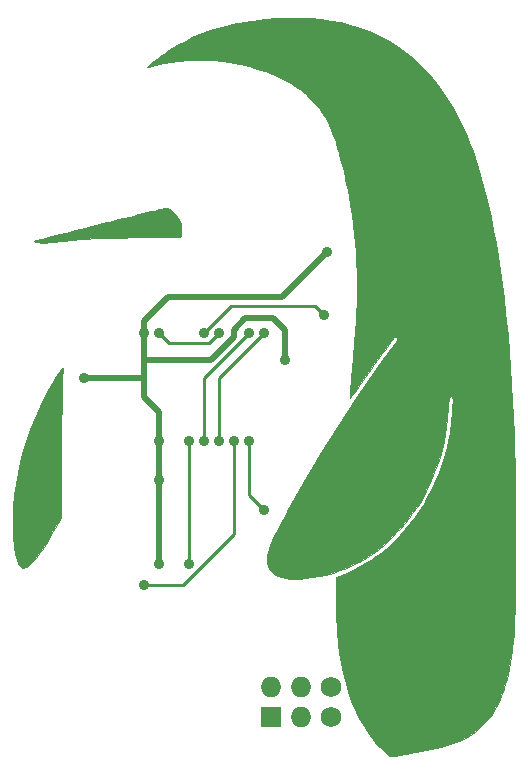
<source format=gbr>
G04 #@! TF.GenerationSoftware,KiCad,Pcbnew,(5.1.0)-1*
G04 #@! TF.CreationDate,2019-10-03T21:29:19-05:00*
G04 #@! TF.ProjectId,supercon-2019-blink,73757065-7263-46f6-9e2d-323031392d62,v01*
G04 #@! TF.SameCoordinates,Original*
G04 #@! TF.FileFunction,Copper,L1,Top*
G04 #@! TF.FilePolarity,Positive*
%FSLAX46Y46*%
G04 Gerber Fmt 4.6, Leading zero omitted, Abs format (unit mm)*
G04 Created by KiCad (PCBNEW (5.1.0)-1) date 2019-10-03 21:29:19*
%MOMM*%
%LPD*%
G04 APERTURE LIST*
%ADD10C,0.010000*%
%ADD11R,1.727200X1.727200*%
%ADD12O,1.727200X1.727200*%
%ADD13C,1.727200*%
%ADD14C,0.914400*%
%ADD15C,0.508000*%
%ADD16C,0.254000*%
G04 APERTURE END LIST*
D10*
G36*
X131536658Y-93371100D02*
G01*
X131541024Y-93439240D01*
X131542349Y-93549363D01*
X131540623Y-93703514D01*
X131535839Y-93903735D01*
X131527986Y-94152070D01*
X131525353Y-94227232D01*
X131510295Y-94683085D01*
X131495897Y-95185529D01*
X131482216Y-95730360D01*
X131469308Y-96313371D01*
X131457230Y-96930359D01*
X131446038Y-97577119D01*
X131435788Y-98249444D01*
X131426537Y-98943131D01*
X131418342Y-99653973D01*
X131411258Y-100377767D01*
X131405343Y-101110307D01*
X131400653Y-101847388D01*
X131397244Y-102584804D01*
X131395173Y-103318352D01*
X131394499Y-103970575D01*
X131394200Y-105972850D01*
X131124553Y-106472475D01*
X130890179Y-106903649D01*
X130674880Y-107292971D01*
X130476164Y-107644583D01*
X130291537Y-107962628D01*
X130118507Y-108251248D01*
X129954583Y-108514585D01*
X129797270Y-108756783D01*
X129644077Y-108981982D01*
X129492511Y-109194326D01*
X129460664Y-109237662D01*
X129253712Y-109504193D01*
X129053652Y-109734824D01*
X128862396Y-109928130D01*
X128681857Y-110082689D01*
X128513947Y-110197078D01*
X128360579Y-110269874D01*
X128223665Y-110299654D01*
X128105118Y-110284996D01*
X128071892Y-110270950D01*
X127954910Y-110185151D01*
X127845237Y-110051427D01*
X127744013Y-109872274D01*
X127652379Y-109650193D01*
X127571475Y-109387680D01*
X127502441Y-109087235D01*
X127482345Y-108979542D01*
X127431453Y-108643055D01*
X127389418Y-108263874D01*
X127356478Y-107849367D01*
X127332871Y-107406903D01*
X127318835Y-106943851D01*
X127314610Y-106467581D01*
X127320431Y-105985461D01*
X127336539Y-105504861D01*
X127357537Y-105117900D01*
X127440938Y-104164384D01*
X127568896Y-103211875D01*
X127741871Y-102258941D01*
X127960318Y-101304150D01*
X128224696Y-100346073D01*
X128535462Y-99383278D01*
X128893075Y-98414334D01*
X129297991Y-97437811D01*
X129750668Y-96452278D01*
X130251564Y-95456303D01*
X130728773Y-94576900D01*
X130904373Y-94266986D01*
X131058793Y-94001262D01*
X131191886Y-93779951D01*
X131303508Y-93603277D01*
X131393514Y-93471463D01*
X131461759Y-93384732D01*
X131508098Y-93343307D01*
X131529260Y-93342900D01*
X131536658Y-93371100D01*
X131536658Y-93371100D01*
G37*
X131536658Y-93371100D02*
X131541024Y-93439240D01*
X131542349Y-93549363D01*
X131540623Y-93703514D01*
X131535839Y-93903735D01*
X131527986Y-94152070D01*
X131525353Y-94227232D01*
X131510295Y-94683085D01*
X131495897Y-95185529D01*
X131482216Y-95730360D01*
X131469308Y-96313371D01*
X131457230Y-96930359D01*
X131446038Y-97577119D01*
X131435788Y-98249444D01*
X131426537Y-98943131D01*
X131418342Y-99653973D01*
X131411258Y-100377767D01*
X131405343Y-101110307D01*
X131400653Y-101847388D01*
X131397244Y-102584804D01*
X131395173Y-103318352D01*
X131394499Y-103970575D01*
X131394200Y-105972850D01*
X131124553Y-106472475D01*
X130890179Y-106903649D01*
X130674880Y-107292971D01*
X130476164Y-107644583D01*
X130291537Y-107962628D01*
X130118507Y-108251248D01*
X129954583Y-108514585D01*
X129797270Y-108756783D01*
X129644077Y-108981982D01*
X129492511Y-109194326D01*
X129460664Y-109237662D01*
X129253712Y-109504193D01*
X129053652Y-109734824D01*
X128862396Y-109928130D01*
X128681857Y-110082689D01*
X128513947Y-110197078D01*
X128360579Y-110269874D01*
X128223665Y-110299654D01*
X128105118Y-110284996D01*
X128071892Y-110270950D01*
X127954910Y-110185151D01*
X127845237Y-110051427D01*
X127744013Y-109872274D01*
X127652379Y-109650193D01*
X127571475Y-109387680D01*
X127502441Y-109087235D01*
X127482345Y-108979542D01*
X127431453Y-108643055D01*
X127389418Y-108263874D01*
X127356478Y-107849367D01*
X127332871Y-107406903D01*
X127318835Y-106943851D01*
X127314610Y-106467581D01*
X127320431Y-105985461D01*
X127336539Y-105504861D01*
X127357537Y-105117900D01*
X127440938Y-104164384D01*
X127568896Y-103211875D01*
X127741871Y-102258941D01*
X127960318Y-101304150D01*
X128224696Y-100346073D01*
X128535462Y-99383278D01*
X128893075Y-98414334D01*
X129297991Y-97437811D01*
X129750668Y-96452278D01*
X130251564Y-95456303D01*
X130728773Y-94576900D01*
X130904373Y-94266986D01*
X131058793Y-94001262D01*
X131191886Y-93779951D01*
X131303508Y-93603277D01*
X131393514Y-93471463D01*
X131461759Y-93384732D01*
X131508098Y-93343307D01*
X131529260Y-93342900D01*
X131536658Y-93371100D01*
G36*
X151635976Y-63745864D02*
G01*
X152105667Y-63758577D01*
X152563624Y-63778819D01*
X152615900Y-63781676D01*
X153448588Y-63851540D01*
X154275617Y-63967279D01*
X155093412Y-64127732D01*
X155898402Y-64331737D01*
X156687013Y-64578132D01*
X157455673Y-64865754D01*
X158200807Y-65193442D01*
X158918844Y-65560034D01*
X159606210Y-65964367D01*
X159886278Y-66146083D01*
X160562108Y-66627972D01*
X161210173Y-67152363D01*
X161830411Y-67719181D01*
X162422762Y-68328347D01*
X162987166Y-68979786D01*
X163523563Y-69673421D01*
X164031892Y-70409175D01*
X164512093Y-71186970D01*
X164964107Y-72006731D01*
X165387871Y-72868380D01*
X165680372Y-73526196D01*
X165976656Y-74256556D01*
X166264307Y-75035178D01*
X166542938Y-75860198D01*
X166812160Y-76729752D01*
X167071587Y-77641976D01*
X167320833Y-78595005D01*
X167559509Y-79586976D01*
X167787229Y-80616024D01*
X168003605Y-81680285D01*
X168208252Y-82777895D01*
X168400780Y-83906991D01*
X168580804Y-85065707D01*
X168747936Y-86252180D01*
X168901790Y-87464545D01*
X169041977Y-88700939D01*
X169168111Y-89959497D01*
X169226250Y-90601800D01*
X169336710Y-91938575D01*
X169438256Y-93313079D01*
X169530186Y-94712905D01*
X169611798Y-96125651D01*
X169682390Y-97538911D01*
X169741262Y-98940281D01*
X169787711Y-100317357D01*
X169799452Y-100736400D01*
X169809731Y-101157611D01*
X169819130Y-101613676D01*
X169827653Y-102101421D01*
X169835306Y-102617671D01*
X169842096Y-103159252D01*
X169848027Y-103722991D01*
X169853106Y-104305712D01*
X169857339Y-104904244D01*
X169860730Y-105515410D01*
X169863286Y-106136038D01*
X169865012Y-106762953D01*
X169865915Y-107392982D01*
X169865999Y-108022949D01*
X169865271Y-108649682D01*
X169863737Y-109270006D01*
X169861401Y-109880747D01*
X169858270Y-110478732D01*
X169854350Y-111060785D01*
X169849646Y-111623734D01*
X169844164Y-112164403D01*
X169837910Y-112679620D01*
X169830889Y-113166210D01*
X169823108Y-113620999D01*
X169814571Y-114040813D01*
X169805285Y-114422478D01*
X169795255Y-114762820D01*
X169784487Y-115058666D01*
X169773175Y-115303300D01*
X169752534Y-115656127D01*
X169728735Y-115985609D01*
X169700502Y-116303495D01*
X169666559Y-116621535D01*
X169625631Y-116951478D01*
X169576442Y-117305076D01*
X169517716Y-117694078D01*
X169504299Y-117779800D01*
X169415387Y-118321494D01*
X169325944Y-118817245D01*
X169234616Y-119271903D01*
X169140046Y-119690316D01*
X169040880Y-120077335D01*
X168935760Y-120437811D01*
X168823332Y-120776591D01*
X168702240Y-121098527D01*
X168571129Y-121408468D01*
X168428642Y-121711264D01*
X168376099Y-121815931D01*
X168181193Y-122179267D01*
X167984428Y-122504877D01*
X167776681Y-122805316D01*
X167548830Y-123093136D01*
X167291752Y-123380890D01*
X167082112Y-123596400D01*
X166789052Y-123876457D01*
X166505478Y-124119971D01*
X166218692Y-124336099D01*
X165915995Y-124533998D01*
X165584690Y-124722824D01*
X165356074Y-124840992D01*
X165114119Y-124957648D01*
X164876282Y-125062685D01*
X164635997Y-125158098D01*
X164386701Y-125245879D01*
X164121828Y-125328024D01*
X163834813Y-125406525D01*
X163519091Y-125483378D01*
X163168098Y-125560574D01*
X162775269Y-125640109D01*
X162636200Y-125667043D01*
X162414321Y-125709617D01*
X162178734Y-125754847D01*
X161942503Y-125800222D01*
X161718690Y-125843233D01*
X161520359Y-125881370D01*
X161378900Y-125908594D01*
X161250132Y-125932965D01*
X161085035Y-125963558D01*
X160892051Y-125998865D01*
X160679618Y-126037380D01*
X160456178Y-126077594D01*
X160230171Y-126118000D01*
X160010037Y-126157088D01*
X159804216Y-126193352D01*
X159621150Y-126225285D01*
X159469277Y-126251376D01*
X159357039Y-126270121D01*
X159338229Y-126273152D01*
X159292877Y-126266575D01*
X159227444Y-126232494D01*
X159135643Y-126167291D01*
X159084229Y-126126971D01*
X158998540Y-126055046D01*
X158888035Y-125957356D01*
X158763860Y-125844019D01*
X158637160Y-125725149D01*
X158562938Y-125653800D01*
X158119946Y-125189486D01*
X157701401Y-124681768D01*
X157307838Y-124132059D01*
X156939794Y-123541777D01*
X156597804Y-122912337D01*
X156282403Y-122245153D01*
X155994128Y-121541643D01*
X155733514Y-120803220D01*
X155501097Y-120031302D01*
X155297412Y-119227303D01*
X155122996Y-118392640D01*
X154978385Y-117528727D01*
X154864112Y-116636981D01*
X154780716Y-115718816D01*
X154775530Y-115646200D01*
X154758376Y-115367639D01*
X154742690Y-115046336D01*
X154728665Y-114690330D01*
X154716492Y-114307662D01*
X154706363Y-113906372D01*
X154698471Y-113494501D01*
X154693007Y-113080090D01*
X154690163Y-112671179D01*
X154690132Y-112275808D01*
X154691054Y-112108899D01*
X154698700Y-111073499D01*
X155194000Y-110873893D01*
X155596579Y-110708280D01*
X155958683Y-110551628D01*
X156288863Y-110399589D01*
X156595670Y-110247812D01*
X156887653Y-110091947D01*
X157173363Y-109927644D01*
X157461350Y-109750554D01*
X157681166Y-109608577D01*
X158105546Y-109316618D01*
X158515165Y-109007579D01*
X158919827Y-108673488D01*
X159329336Y-108306373D01*
X159605019Y-108044067D01*
X160111532Y-107534545D01*
X160574760Y-107031057D01*
X161000345Y-106525967D01*
X161393930Y-106011641D01*
X161761157Y-105480444D01*
X162107667Y-104924740D01*
X162439103Y-104336897D01*
X162663730Y-103905031D01*
X162938989Y-103341742D01*
X163184317Y-102801250D01*
X163402659Y-102274536D01*
X163596960Y-101752579D01*
X163770167Y-101226362D01*
X163925224Y-100686865D01*
X164065077Y-100125069D01*
X164192672Y-99531955D01*
X164310953Y-98898504D01*
X164324716Y-98819035D01*
X164361435Y-98586380D01*
X164397352Y-98323309D01*
X164431687Y-98038615D01*
X164463657Y-97741092D01*
X164492482Y-97439530D01*
X164517381Y-97142725D01*
X164537573Y-96859467D01*
X164552278Y-96598551D01*
X164560713Y-96368769D01*
X164562099Y-96178914D01*
X164561595Y-96151999D01*
X164558164Y-96017348D01*
X164554031Y-95924548D01*
X164547342Y-95864664D01*
X164536240Y-95828760D01*
X164518871Y-95807900D01*
X164493380Y-95793149D01*
X164486394Y-95789786D01*
X164400727Y-95772691D01*
X164322473Y-95798148D01*
X164267114Y-95860347D01*
X164261007Y-95874383D01*
X164253132Y-95913976D01*
X164241554Y-95998240D01*
X164226919Y-96121234D01*
X164209873Y-96277016D01*
X164191063Y-96459644D01*
X164171134Y-96663176D01*
X164150732Y-96881670D01*
X164147018Y-96922588D01*
X164114467Y-97277821D01*
X164084772Y-97589286D01*
X164057020Y-97863878D01*
X164030297Y-98108488D01*
X164003690Y-98330010D01*
X163976285Y-98535336D01*
X163947167Y-98731359D01*
X163915424Y-98924972D01*
X163880142Y-99123068D01*
X163840407Y-99332541D01*
X163801404Y-99529900D01*
X163647187Y-100225100D01*
X163466548Y-100898821D01*
X163256297Y-101560156D01*
X163013242Y-102218197D01*
X162734193Y-102882035D01*
X162415959Y-103560763D01*
X162317236Y-103759000D01*
X162042510Y-104283195D01*
X161763529Y-104772106D01*
X161473964Y-105234721D01*
X161167484Y-105680031D01*
X160837760Y-106117026D01*
X160478463Y-106554698D01*
X160083263Y-107002036D01*
X159877421Y-107224467D01*
X159351341Y-107761770D01*
X158824650Y-108251644D01*
X158292851Y-108697308D01*
X157751448Y-109101985D01*
X157195943Y-109468896D01*
X156621840Y-109801262D01*
X156024642Y-110102304D01*
X155587700Y-110297288D01*
X155030458Y-110515815D01*
X154452358Y-110708864D01*
X153861772Y-110874640D01*
X153267072Y-111011344D01*
X152676628Y-111117180D01*
X152098814Y-111190351D01*
X151542001Y-111229061D01*
X151218900Y-111234991D01*
X150817306Y-111219780D01*
X150448377Y-111176883D01*
X150113740Y-111107107D01*
X149815021Y-111011257D01*
X149553846Y-110890137D01*
X149331840Y-110744553D01*
X149150631Y-110575310D01*
X149011845Y-110383213D01*
X148917107Y-110169066D01*
X148893352Y-110083600D01*
X148875120Y-109967653D01*
X148864352Y-109815500D01*
X148860907Y-109641159D01*
X148864638Y-109458652D01*
X148875403Y-109281997D01*
X148893057Y-109125215D01*
X148903868Y-109061478D01*
X148935624Y-108919295D01*
X148978000Y-108766588D01*
X149032262Y-108600647D01*
X149099681Y-108418759D01*
X149181522Y-108218213D01*
X149279055Y-107996298D01*
X149393549Y-107750302D01*
X149526269Y-107477514D01*
X149678487Y-107175221D01*
X149851468Y-106840714D01*
X150046481Y-106471280D01*
X150264795Y-106064208D01*
X150507678Y-105616787D01*
X150558178Y-105524300D01*
X151226259Y-104319921D01*
X151919463Y-103105134D01*
X152634168Y-101885644D01*
X153366752Y-100667153D01*
X154113593Y-99455367D01*
X154871069Y-98255989D01*
X155635558Y-97074724D01*
X156403438Y-95917274D01*
X157171086Y-94789344D01*
X157934881Y-93696638D01*
X158691201Y-92644860D01*
X159026019Y-92189300D01*
X159205367Y-91945060D01*
X159368410Y-91719177D01*
X159512941Y-91514884D01*
X159636756Y-91335413D01*
X159737649Y-91183998D01*
X159813415Y-91063872D01*
X159861847Y-90978267D01*
X159878714Y-90939309D01*
X159878440Y-90860135D01*
X159831562Y-90787960D01*
X159762937Y-90739916D01*
X159707205Y-90715125D01*
X159671179Y-90717564D01*
X159633602Y-90746003D01*
X159589783Y-90793112D01*
X159518656Y-90879777D01*
X159421830Y-91003787D01*
X159300913Y-91162930D01*
X159157515Y-91354996D01*
X158993245Y-91577775D01*
X158809710Y-91829054D01*
X158608521Y-92106623D01*
X158391286Y-92408271D01*
X158159614Y-92731788D01*
X157915113Y-93074962D01*
X157659393Y-93435582D01*
X157394063Y-93811437D01*
X157141647Y-94170500D01*
X156980116Y-94400389D01*
X156820932Y-94626285D01*
X156667636Y-94843206D01*
X156523769Y-95046169D01*
X156392871Y-95230192D01*
X156278485Y-95390292D01*
X156184150Y-95521489D01*
X156113408Y-95618799D01*
X156085593Y-95656400D01*
X155867100Y-95948500D01*
X155859865Y-95783400D01*
X155860238Y-95714146D01*
X155864968Y-95602844D01*
X155873505Y-95458004D01*
X155885298Y-95288142D01*
X155899799Y-95101769D01*
X155916456Y-94907400D01*
X155916483Y-94907100D01*
X155931526Y-94739576D01*
X155950385Y-94529616D01*
X155972327Y-94285379D01*
X155996619Y-94015022D01*
X156022527Y-93726706D01*
X156049319Y-93428589D01*
X156076261Y-93128830D01*
X156102619Y-92835589D01*
X156107059Y-92786200D01*
X156162776Y-92159151D01*
X156212922Y-91578412D01*
X156257717Y-91039819D01*
X156297380Y-90539214D01*
X156332130Y-90072436D01*
X156362186Y-89635323D01*
X156387768Y-89223716D01*
X156409093Y-88833453D01*
X156426383Y-88460374D01*
X156439855Y-88100318D01*
X156449729Y-87749125D01*
X156456223Y-87402634D01*
X156459558Y-87056685D01*
X156459952Y-86707116D01*
X156457624Y-86349767D01*
X156455543Y-86169500D01*
X156437486Y-85271866D01*
X156406879Y-84414736D01*
X156362964Y-83589201D01*
X156304983Y-82786355D01*
X156232177Y-81997287D01*
X156143790Y-81213090D01*
X156039063Y-80424856D01*
X155917238Y-79623677D01*
X155878613Y-79387700D01*
X155787252Y-78864038D01*
X155686080Y-78331647D01*
X155576260Y-77794794D01*
X155458956Y-77257745D01*
X155335333Y-76724769D01*
X155206554Y-76200133D01*
X155073784Y-75688104D01*
X154938187Y-75192950D01*
X154800926Y-74718938D01*
X154663166Y-74270335D01*
X154526071Y-73851410D01*
X154390805Y-73466429D01*
X154258532Y-73119660D01*
X154130415Y-72815370D01*
X154024765Y-72591540D01*
X153808276Y-72202755D01*
X153546371Y-71805247D01*
X153242725Y-71403364D01*
X152901013Y-71001450D01*
X152524911Y-70603851D01*
X152118093Y-70214913D01*
X151726900Y-69874340D01*
X151318976Y-69561524D01*
X150864859Y-69263130D01*
X150367386Y-68980291D01*
X149829396Y-68714139D01*
X149253725Y-68465808D01*
X148643212Y-68236429D01*
X148000693Y-68027135D01*
X147329007Y-67839058D01*
X146630992Y-67673332D01*
X145909484Y-67531089D01*
X145814220Y-67514401D01*
X145517464Y-67464709D01*
X145247576Y-67423343D01*
X144995490Y-67389601D01*
X144752138Y-67362781D01*
X144508452Y-67342181D01*
X144255367Y-67327101D01*
X143983814Y-67316839D01*
X143684725Y-67310694D01*
X143349035Y-67307964D01*
X143141700Y-67307665D01*
X142779805Y-67309063D01*
X142459354Y-67313533D01*
X142171037Y-67321959D01*
X141905543Y-67335221D01*
X141653565Y-67354201D01*
X141405792Y-67379780D01*
X141152915Y-67412839D01*
X140885624Y-67454261D01*
X140594610Y-67504926D01*
X140270563Y-67565716D01*
X140131800Y-67592637D01*
X139732720Y-67675553D01*
X139380131Y-67759203D01*
X139076054Y-67843103D01*
X139039600Y-67854186D01*
X138906720Y-67894455D01*
X138814792Y-67920232D01*
X138756470Y-67932781D01*
X138724412Y-67933367D01*
X138711274Y-67923255D01*
X138709400Y-67911068D01*
X138729769Y-67869890D01*
X138788120Y-67803602D01*
X138880315Y-67715499D01*
X139002217Y-67608872D01*
X139149689Y-67487016D01*
X139318594Y-67353222D01*
X139504796Y-67210786D01*
X139704157Y-67062998D01*
X139912540Y-66913154D01*
X140125808Y-66764545D01*
X140284816Y-66656989D01*
X140832694Y-66305925D01*
X141392324Y-65975252D01*
X141956635Y-65668504D01*
X142518556Y-65389217D01*
X143071017Y-65140925D01*
X143606945Y-64927166D01*
X144056100Y-64771444D01*
X144344714Y-64682948D01*
X144661880Y-64592567D01*
X144996635Y-64502986D01*
X145338021Y-64416888D01*
X145675075Y-64336959D01*
X145996837Y-64265881D01*
X146292347Y-64206339D01*
X146545300Y-64161864D01*
X146681422Y-64140406D01*
X146858543Y-64112765D01*
X147067431Y-64080365D01*
X147298857Y-64044626D01*
X147543590Y-64006973D01*
X147792402Y-63968826D01*
X148036062Y-63931609D01*
X148265340Y-63896744D01*
X148285200Y-63893733D01*
X148600010Y-63852654D01*
X148958365Y-63817672D01*
X149353355Y-63788969D01*
X149778069Y-63766721D01*
X150225598Y-63751107D01*
X150689032Y-63742308D01*
X151161461Y-63740500D01*
X151635976Y-63745864D01*
X151635976Y-63745864D01*
G37*
X151635976Y-63745864D02*
X152105667Y-63758577D01*
X152563624Y-63778819D01*
X152615900Y-63781676D01*
X153448588Y-63851540D01*
X154275617Y-63967279D01*
X155093412Y-64127732D01*
X155898402Y-64331737D01*
X156687013Y-64578132D01*
X157455673Y-64865754D01*
X158200807Y-65193442D01*
X158918844Y-65560034D01*
X159606210Y-65964367D01*
X159886278Y-66146083D01*
X160562108Y-66627972D01*
X161210173Y-67152363D01*
X161830411Y-67719181D01*
X162422762Y-68328347D01*
X162987166Y-68979786D01*
X163523563Y-69673421D01*
X164031892Y-70409175D01*
X164512093Y-71186970D01*
X164964107Y-72006731D01*
X165387871Y-72868380D01*
X165680372Y-73526196D01*
X165976656Y-74256556D01*
X166264307Y-75035178D01*
X166542938Y-75860198D01*
X166812160Y-76729752D01*
X167071587Y-77641976D01*
X167320833Y-78595005D01*
X167559509Y-79586976D01*
X167787229Y-80616024D01*
X168003605Y-81680285D01*
X168208252Y-82777895D01*
X168400780Y-83906991D01*
X168580804Y-85065707D01*
X168747936Y-86252180D01*
X168901790Y-87464545D01*
X169041977Y-88700939D01*
X169168111Y-89959497D01*
X169226250Y-90601800D01*
X169336710Y-91938575D01*
X169438256Y-93313079D01*
X169530186Y-94712905D01*
X169611798Y-96125651D01*
X169682390Y-97538911D01*
X169741262Y-98940281D01*
X169787711Y-100317357D01*
X169799452Y-100736400D01*
X169809731Y-101157611D01*
X169819130Y-101613676D01*
X169827653Y-102101421D01*
X169835306Y-102617671D01*
X169842096Y-103159252D01*
X169848027Y-103722991D01*
X169853106Y-104305712D01*
X169857339Y-104904244D01*
X169860730Y-105515410D01*
X169863286Y-106136038D01*
X169865012Y-106762953D01*
X169865915Y-107392982D01*
X169865999Y-108022949D01*
X169865271Y-108649682D01*
X169863737Y-109270006D01*
X169861401Y-109880747D01*
X169858270Y-110478732D01*
X169854350Y-111060785D01*
X169849646Y-111623734D01*
X169844164Y-112164403D01*
X169837910Y-112679620D01*
X169830889Y-113166210D01*
X169823108Y-113620999D01*
X169814571Y-114040813D01*
X169805285Y-114422478D01*
X169795255Y-114762820D01*
X169784487Y-115058666D01*
X169773175Y-115303300D01*
X169752534Y-115656127D01*
X169728735Y-115985609D01*
X169700502Y-116303495D01*
X169666559Y-116621535D01*
X169625631Y-116951478D01*
X169576442Y-117305076D01*
X169517716Y-117694078D01*
X169504299Y-117779800D01*
X169415387Y-118321494D01*
X169325944Y-118817245D01*
X169234616Y-119271903D01*
X169140046Y-119690316D01*
X169040880Y-120077335D01*
X168935760Y-120437811D01*
X168823332Y-120776591D01*
X168702240Y-121098527D01*
X168571129Y-121408468D01*
X168428642Y-121711264D01*
X168376099Y-121815931D01*
X168181193Y-122179267D01*
X167984428Y-122504877D01*
X167776681Y-122805316D01*
X167548830Y-123093136D01*
X167291752Y-123380890D01*
X167082112Y-123596400D01*
X166789052Y-123876457D01*
X166505478Y-124119971D01*
X166218692Y-124336099D01*
X165915995Y-124533998D01*
X165584690Y-124722824D01*
X165356074Y-124840992D01*
X165114119Y-124957648D01*
X164876282Y-125062685D01*
X164635997Y-125158098D01*
X164386701Y-125245879D01*
X164121828Y-125328024D01*
X163834813Y-125406525D01*
X163519091Y-125483378D01*
X163168098Y-125560574D01*
X162775269Y-125640109D01*
X162636200Y-125667043D01*
X162414321Y-125709617D01*
X162178734Y-125754847D01*
X161942503Y-125800222D01*
X161718690Y-125843233D01*
X161520359Y-125881370D01*
X161378900Y-125908594D01*
X161250132Y-125932965D01*
X161085035Y-125963558D01*
X160892051Y-125998865D01*
X160679618Y-126037380D01*
X160456178Y-126077594D01*
X160230171Y-126118000D01*
X160010037Y-126157088D01*
X159804216Y-126193352D01*
X159621150Y-126225285D01*
X159469277Y-126251376D01*
X159357039Y-126270121D01*
X159338229Y-126273152D01*
X159292877Y-126266575D01*
X159227444Y-126232494D01*
X159135643Y-126167291D01*
X159084229Y-126126971D01*
X158998540Y-126055046D01*
X158888035Y-125957356D01*
X158763860Y-125844019D01*
X158637160Y-125725149D01*
X158562938Y-125653800D01*
X158119946Y-125189486D01*
X157701401Y-124681768D01*
X157307838Y-124132059D01*
X156939794Y-123541777D01*
X156597804Y-122912337D01*
X156282403Y-122245153D01*
X155994128Y-121541643D01*
X155733514Y-120803220D01*
X155501097Y-120031302D01*
X155297412Y-119227303D01*
X155122996Y-118392640D01*
X154978385Y-117528727D01*
X154864112Y-116636981D01*
X154780716Y-115718816D01*
X154775530Y-115646200D01*
X154758376Y-115367639D01*
X154742690Y-115046336D01*
X154728665Y-114690330D01*
X154716492Y-114307662D01*
X154706363Y-113906372D01*
X154698471Y-113494501D01*
X154693007Y-113080090D01*
X154690163Y-112671179D01*
X154690132Y-112275808D01*
X154691054Y-112108899D01*
X154698700Y-111073499D01*
X155194000Y-110873893D01*
X155596579Y-110708280D01*
X155958683Y-110551628D01*
X156288863Y-110399589D01*
X156595670Y-110247812D01*
X156887653Y-110091947D01*
X157173363Y-109927644D01*
X157461350Y-109750554D01*
X157681166Y-109608577D01*
X158105546Y-109316618D01*
X158515165Y-109007579D01*
X158919827Y-108673488D01*
X159329336Y-108306373D01*
X159605019Y-108044067D01*
X160111532Y-107534545D01*
X160574760Y-107031057D01*
X161000345Y-106525967D01*
X161393930Y-106011641D01*
X161761157Y-105480444D01*
X162107667Y-104924740D01*
X162439103Y-104336897D01*
X162663730Y-103905031D01*
X162938989Y-103341742D01*
X163184317Y-102801250D01*
X163402659Y-102274536D01*
X163596960Y-101752579D01*
X163770167Y-101226362D01*
X163925224Y-100686865D01*
X164065077Y-100125069D01*
X164192672Y-99531955D01*
X164310953Y-98898504D01*
X164324716Y-98819035D01*
X164361435Y-98586380D01*
X164397352Y-98323309D01*
X164431687Y-98038615D01*
X164463657Y-97741092D01*
X164492482Y-97439530D01*
X164517381Y-97142725D01*
X164537573Y-96859467D01*
X164552278Y-96598551D01*
X164560713Y-96368769D01*
X164562099Y-96178914D01*
X164561595Y-96151999D01*
X164558164Y-96017348D01*
X164554031Y-95924548D01*
X164547342Y-95864664D01*
X164536240Y-95828760D01*
X164518871Y-95807900D01*
X164493380Y-95793149D01*
X164486394Y-95789786D01*
X164400727Y-95772691D01*
X164322473Y-95798148D01*
X164267114Y-95860347D01*
X164261007Y-95874383D01*
X164253132Y-95913976D01*
X164241554Y-95998240D01*
X164226919Y-96121234D01*
X164209873Y-96277016D01*
X164191063Y-96459644D01*
X164171134Y-96663176D01*
X164150732Y-96881670D01*
X164147018Y-96922588D01*
X164114467Y-97277821D01*
X164084772Y-97589286D01*
X164057020Y-97863878D01*
X164030297Y-98108488D01*
X164003690Y-98330010D01*
X163976285Y-98535336D01*
X163947167Y-98731359D01*
X163915424Y-98924972D01*
X163880142Y-99123068D01*
X163840407Y-99332541D01*
X163801404Y-99529900D01*
X163647187Y-100225100D01*
X163466548Y-100898821D01*
X163256297Y-101560156D01*
X163013242Y-102218197D01*
X162734193Y-102882035D01*
X162415959Y-103560763D01*
X162317236Y-103759000D01*
X162042510Y-104283195D01*
X161763529Y-104772106D01*
X161473964Y-105234721D01*
X161167484Y-105680031D01*
X160837760Y-106117026D01*
X160478463Y-106554698D01*
X160083263Y-107002036D01*
X159877421Y-107224467D01*
X159351341Y-107761770D01*
X158824650Y-108251644D01*
X158292851Y-108697308D01*
X157751448Y-109101985D01*
X157195943Y-109468896D01*
X156621840Y-109801262D01*
X156024642Y-110102304D01*
X155587700Y-110297288D01*
X155030458Y-110515815D01*
X154452358Y-110708864D01*
X153861772Y-110874640D01*
X153267072Y-111011344D01*
X152676628Y-111117180D01*
X152098814Y-111190351D01*
X151542001Y-111229061D01*
X151218900Y-111234991D01*
X150817306Y-111219780D01*
X150448377Y-111176883D01*
X150113740Y-111107107D01*
X149815021Y-111011257D01*
X149553846Y-110890137D01*
X149331840Y-110744553D01*
X149150631Y-110575310D01*
X149011845Y-110383213D01*
X148917107Y-110169066D01*
X148893352Y-110083600D01*
X148875120Y-109967653D01*
X148864352Y-109815500D01*
X148860907Y-109641159D01*
X148864638Y-109458652D01*
X148875403Y-109281997D01*
X148893057Y-109125215D01*
X148903868Y-109061478D01*
X148935624Y-108919295D01*
X148978000Y-108766588D01*
X149032262Y-108600647D01*
X149099681Y-108418759D01*
X149181522Y-108218213D01*
X149279055Y-107996298D01*
X149393549Y-107750302D01*
X149526269Y-107477514D01*
X149678487Y-107175221D01*
X149851468Y-106840714D01*
X150046481Y-106471280D01*
X150264795Y-106064208D01*
X150507678Y-105616787D01*
X150558178Y-105524300D01*
X151226259Y-104319921D01*
X151919463Y-103105134D01*
X152634168Y-101885644D01*
X153366752Y-100667153D01*
X154113593Y-99455367D01*
X154871069Y-98255989D01*
X155635558Y-97074724D01*
X156403438Y-95917274D01*
X157171086Y-94789344D01*
X157934881Y-93696638D01*
X158691201Y-92644860D01*
X159026019Y-92189300D01*
X159205367Y-91945060D01*
X159368410Y-91719177D01*
X159512941Y-91514884D01*
X159636756Y-91335413D01*
X159737649Y-91183998D01*
X159813415Y-91063872D01*
X159861847Y-90978267D01*
X159878714Y-90939309D01*
X159878440Y-90860135D01*
X159831562Y-90787960D01*
X159762937Y-90739916D01*
X159707205Y-90715125D01*
X159671179Y-90717564D01*
X159633602Y-90746003D01*
X159589783Y-90793112D01*
X159518656Y-90879777D01*
X159421830Y-91003787D01*
X159300913Y-91162930D01*
X159157515Y-91354996D01*
X158993245Y-91577775D01*
X158809710Y-91829054D01*
X158608521Y-92106623D01*
X158391286Y-92408271D01*
X158159614Y-92731788D01*
X157915113Y-93074962D01*
X157659393Y-93435582D01*
X157394063Y-93811437D01*
X157141647Y-94170500D01*
X156980116Y-94400389D01*
X156820932Y-94626285D01*
X156667636Y-94843206D01*
X156523769Y-95046169D01*
X156392871Y-95230192D01*
X156278485Y-95390292D01*
X156184150Y-95521489D01*
X156113408Y-95618799D01*
X156085593Y-95656400D01*
X155867100Y-95948500D01*
X155859865Y-95783400D01*
X155860238Y-95714146D01*
X155864968Y-95602844D01*
X155873505Y-95458004D01*
X155885298Y-95288142D01*
X155899799Y-95101769D01*
X155916456Y-94907400D01*
X155916483Y-94907100D01*
X155931526Y-94739576D01*
X155950385Y-94529616D01*
X155972327Y-94285379D01*
X155996619Y-94015022D01*
X156022527Y-93726706D01*
X156049319Y-93428589D01*
X156076261Y-93128830D01*
X156102619Y-92835589D01*
X156107059Y-92786200D01*
X156162776Y-92159151D01*
X156212922Y-91578412D01*
X156257717Y-91039819D01*
X156297380Y-90539214D01*
X156332130Y-90072436D01*
X156362186Y-89635323D01*
X156387768Y-89223716D01*
X156409093Y-88833453D01*
X156426383Y-88460374D01*
X156439855Y-88100318D01*
X156449729Y-87749125D01*
X156456223Y-87402634D01*
X156459558Y-87056685D01*
X156459952Y-86707116D01*
X156457624Y-86349767D01*
X156455543Y-86169500D01*
X156437486Y-85271866D01*
X156406879Y-84414736D01*
X156362964Y-83589201D01*
X156304983Y-82786355D01*
X156232177Y-81997287D01*
X156143790Y-81213090D01*
X156039063Y-80424856D01*
X155917238Y-79623677D01*
X155878613Y-79387700D01*
X155787252Y-78864038D01*
X155686080Y-78331647D01*
X155576260Y-77794794D01*
X155458956Y-77257745D01*
X155335333Y-76724769D01*
X155206554Y-76200133D01*
X155073784Y-75688104D01*
X154938187Y-75192950D01*
X154800926Y-74718938D01*
X154663166Y-74270335D01*
X154526071Y-73851410D01*
X154390805Y-73466429D01*
X154258532Y-73119660D01*
X154130415Y-72815370D01*
X154024765Y-72591540D01*
X153808276Y-72202755D01*
X153546371Y-71805247D01*
X153242725Y-71403364D01*
X152901013Y-71001450D01*
X152524911Y-70603851D01*
X152118093Y-70214913D01*
X151726900Y-69874340D01*
X151318976Y-69561524D01*
X150864859Y-69263130D01*
X150367386Y-68980291D01*
X149829396Y-68714139D01*
X149253725Y-68465808D01*
X148643212Y-68236429D01*
X148000693Y-68027135D01*
X147329007Y-67839058D01*
X146630992Y-67673332D01*
X145909484Y-67531089D01*
X145814220Y-67514401D01*
X145517464Y-67464709D01*
X145247576Y-67423343D01*
X144995490Y-67389601D01*
X144752138Y-67362781D01*
X144508452Y-67342181D01*
X144255367Y-67327101D01*
X143983814Y-67316839D01*
X143684725Y-67310694D01*
X143349035Y-67307964D01*
X143141700Y-67307665D01*
X142779805Y-67309063D01*
X142459354Y-67313533D01*
X142171037Y-67321959D01*
X141905543Y-67335221D01*
X141653565Y-67354201D01*
X141405792Y-67379780D01*
X141152915Y-67412839D01*
X140885624Y-67454261D01*
X140594610Y-67504926D01*
X140270563Y-67565716D01*
X140131800Y-67592637D01*
X139732720Y-67675553D01*
X139380131Y-67759203D01*
X139076054Y-67843103D01*
X139039600Y-67854186D01*
X138906720Y-67894455D01*
X138814792Y-67920232D01*
X138756470Y-67932781D01*
X138724412Y-67933367D01*
X138711274Y-67923255D01*
X138709400Y-67911068D01*
X138729769Y-67869890D01*
X138788120Y-67803602D01*
X138880315Y-67715499D01*
X139002217Y-67608872D01*
X139149689Y-67487016D01*
X139318594Y-67353222D01*
X139504796Y-67210786D01*
X139704157Y-67062998D01*
X139912540Y-66913154D01*
X140125808Y-66764545D01*
X140284816Y-66656989D01*
X140832694Y-66305925D01*
X141392324Y-65975252D01*
X141956635Y-65668504D01*
X142518556Y-65389217D01*
X143071017Y-65140925D01*
X143606945Y-64927166D01*
X144056100Y-64771444D01*
X144344714Y-64682948D01*
X144661880Y-64592567D01*
X144996635Y-64502986D01*
X145338021Y-64416888D01*
X145675075Y-64336959D01*
X145996837Y-64265881D01*
X146292347Y-64206339D01*
X146545300Y-64161864D01*
X146681422Y-64140406D01*
X146858543Y-64112765D01*
X147067431Y-64080365D01*
X147298857Y-64044626D01*
X147543590Y-64006973D01*
X147792402Y-63968826D01*
X148036062Y-63931609D01*
X148265340Y-63896744D01*
X148285200Y-63893733D01*
X148600010Y-63852654D01*
X148958365Y-63817672D01*
X149353355Y-63788969D01*
X149778069Y-63766721D01*
X150225598Y-63751107D01*
X150689032Y-63742308D01*
X151161461Y-63740500D01*
X151635976Y-63745864D01*
G36*
X140426151Y-79852638D02*
G01*
X140543677Y-79912211D01*
X140682490Y-80008308D01*
X140838761Y-80138319D01*
X140985650Y-80276700D01*
X141170573Y-80470469D01*
X141315562Y-80649809D01*
X141425276Y-80824625D01*
X141504373Y-81004821D01*
X141557511Y-81200301D01*
X141589351Y-81420969D01*
X141600940Y-81584800D01*
X141608846Y-81787833D01*
X141608936Y-81946360D01*
X141599091Y-82066354D01*
X141577195Y-82153788D01*
X141541131Y-82214635D01*
X141488780Y-82254869D01*
X141418024Y-82280461D01*
X141349536Y-82293969D01*
X141300616Y-82297526D01*
X141205536Y-82300500D01*
X141068933Y-82302871D01*
X140895444Y-82304618D01*
X140689705Y-82305718D01*
X140456353Y-82306150D01*
X140200025Y-82305895D01*
X139925359Y-82304928D01*
X139636990Y-82303231D01*
X139522200Y-82302369D01*
X137881506Y-82305064D01*
X136258201Y-82339235D01*
X134657378Y-82404645D01*
X133084131Y-82501057D01*
X131543556Y-82628232D01*
X130670300Y-82715643D01*
X130498062Y-82734011D01*
X130338017Y-82751053D01*
X130198692Y-82765862D01*
X130088617Y-82777532D01*
X130016323Y-82785157D01*
X129997200Y-82787150D01*
X129941047Y-82786775D01*
X129846070Y-82779604D01*
X129723626Y-82766752D01*
X129585070Y-82749336D01*
X129520349Y-82740287D01*
X129385411Y-82719916D01*
X129268655Y-82700614D01*
X129179166Y-82684015D01*
X129126025Y-82671752D01*
X129115642Y-82667509D01*
X129113606Y-82638042D01*
X129162047Y-82604339D01*
X129260828Y-82566477D01*
X129328140Y-82546269D01*
X129439541Y-82515763D01*
X129597122Y-82473973D01*
X129797718Y-82421687D01*
X130038163Y-82359690D01*
X130315294Y-82288769D01*
X130625943Y-82209712D01*
X130966947Y-82123306D01*
X131335140Y-82030336D01*
X131727357Y-81931592D01*
X132140434Y-81827858D01*
X132571204Y-81719922D01*
X133016503Y-81608572D01*
X133473166Y-81494593D01*
X133938027Y-81378773D01*
X134407922Y-81261899D01*
X134879685Y-81144758D01*
X135350152Y-81028136D01*
X135816156Y-80912821D01*
X136274534Y-80799599D01*
X136722119Y-80689258D01*
X137155748Y-80582583D01*
X137572254Y-80480363D01*
X137968472Y-80383384D01*
X138341238Y-80292433D01*
X138687387Y-80208296D01*
X139003752Y-80131762D01*
X139287170Y-80063616D01*
X139534475Y-80004646D01*
X139742502Y-79955638D01*
X139829298Y-79935463D01*
X139976798Y-79902091D01*
X140110381Y-79873210D01*
X140220871Y-79850700D01*
X140299092Y-79836437D01*
X140333742Y-79832200D01*
X140426151Y-79852638D01*
X140426151Y-79852638D01*
G37*
X140426151Y-79852638D02*
X140543677Y-79912211D01*
X140682490Y-80008308D01*
X140838761Y-80138319D01*
X140985650Y-80276700D01*
X141170573Y-80470469D01*
X141315562Y-80649809D01*
X141425276Y-80824625D01*
X141504373Y-81004821D01*
X141557511Y-81200301D01*
X141589351Y-81420969D01*
X141600940Y-81584800D01*
X141608846Y-81787833D01*
X141608936Y-81946360D01*
X141599091Y-82066354D01*
X141577195Y-82153788D01*
X141541131Y-82214635D01*
X141488780Y-82254869D01*
X141418024Y-82280461D01*
X141349536Y-82293969D01*
X141300616Y-82297526D01*
X141205536Y-82300500D01*
X141068933Y-82302871D01*
X140895444Y-82304618D01*
X140689705Y-82305718D01*
X140456353Y-82306150D01*
X140200025Y-82305895D01*
X139925359Y-82304928D01*
X139636990Y-82303231D01*
X139522200Y-82302369D01*
X137881506Y-82305064D01*
X136258201Y-82339235D01*
X134657378Y-82404645D01*
X133084131Y-82501057D01*
X131543556Y-82628232D01*
X130670300Y-82715643D01*
X130498062Y-82734011D01*
X130338017Y-82751053D01*
X130198692Y-82765862D01*
X130088617Y-82777532D01*
X130016323Y-82785157D01*
X129997200Y-82787150D01*
X129941047Y-82786775D01*
X129846070Y-82779604D01*
X129723626Y-82766752D01*
X129585070Y-82749336D01*
X129520349Y-82740287D01*
X129385411Y-82719916D01*
X129268655Y-82700614D01*
X129179166Y-82684015D01*
X129126025Y-82671752D01*
X129115642Y-82667509D01*
X129113606Y-82638042D01*
X129162047Y-82604339D01*
X129260828Y-82566477D01*
X129328140Y-82546269D01*
X129439541Y-82515763D01*
X129597122Y-82473973D01*
X129797718Y-82421687D01*
X130038163Y-82359690D01*
X130315294Y-82288769D01*
X130625943Y-82209712D01*
X130966947Y-82123306D01*
X131335140Y-82030336D01*
X131727357Y-81931592D01*
X132140434Y-81827858D01*
X132571204Y-81719922D01*
X133016503Y-81608572D01*
X133473166Y-81494593D01*
X133938027Y-81378773D01*
X134407922Y-81261899D01*
X134879685Y-81144758D01*
X135350152Y-81028136D01*
X135816156Y-80912821D01*
X136274534Y-80799599D01*
X136722119Y-80689258D01*
X137155748Y-80582583D01*
X137572254Y-80480363D01*
X137968472Y-80383384D01*
X138341238Y-80292433D01*
X138687387Y-80208296D01*
X139003752Y-80131762D01*
X139287170Y-80063616D01*
X139534475Y-80004646D01*
X139742502Y-79955638D01*
X139829298Y-79935463D01*
X139976798Y-79902091D01*
X140110381Y-79873210D01*
X140220871Y-79850700D01*
X140299092Y-79836437D01*
X140333742Y-79832200D01*
X140426151Y-79852638D01*
D11*
X149158000Y-122956000D03*
D12*
X149158000Y-120416000D03*
X151698000Y-122956000D03*
X151698000Y-120416000D03*
D13*
X154238000Y-122956000D03*
X154238000Y-120416000D03*
D14*
X139700000Y-99568000D03*
X139700000Y-102870000D03*
X139700000Y-109982000D03*
X150368000Y-92710000D03*
X138430000Y-90424000D03*
X153924000Y-83566000D03*
X133350000Y-94234000D03*
X147320000Y-99568000D03*
X148590000Y-105410000D03*
X138430000Y-111760000D03*
X146050000Y-99568000D03*
X142240000Y-109982000D03*
X142240000Y-99568000D03*
X143510000Y-90424000D03*
X153670000Y-88900000D03*
X144780000Y-90424000D03*
X139700000Y-90424000D03*
X148590000Y-90424000D03*
X144780000Y-99568000D03*
X147320000Y-90424000D03*
X143510000Y-99568000D03*
D15*
X139700000Y-99568000D02*
X139700000Y-102870000D01*
X139700000Y-102870000D02*
X139700000Y-109982000D01*
X150368000Y-90170000D02*
X150368000Y-92710000D01*
X146050000Y-90795962D02*
X146050000Y-90126446D01*
X146050000Y-90126446D02*
X147022446Y-89154000D01*
X147022446Y-89154000D02*
X149352000Y-89154000D01*
X149352000Y-89154000D02*
X150368000Y-90170000D01*
X139700000Y-97145962D02*
X139700000Y-99568000D01*
X138430000Y-95875962D02*
X139700000Y-97145962D01*
X144135962Y-92710000D02*
X146050000Y-90795962D01*
X138430000Y-92710000D02*
X144135962Y-92710000D01*
X138430000Y-90424000D02*
X138430000Y-92710000D01*
X150114000Y-87376000D02*
X153924000Y-83566000D01*
X140462000Y-87376000D02*
X150114000Y-87376000D01*
X138430000Y-90424000D02*
X138430000Y-89408000D01*
X138430000Y-89408000D02*
X140462000Y-87376000D01*
X138430000Y-94234000D02*
X133350000Y-94234000D01*
X138430000Y-94234000D02*
X138430000Y-95875962D01*
X138430000Y-92710000D02*
X138430000Y-94234000D01*
D16*
X147320000Y-99568000D02*
X147320000Y-104140000D01*
X147320000Y-104140000D02*
X148590000Y-105410000D01*
X146050000Y-107412538D02*
X146050000Y-99568000D01*
X146050000Y-107412538D02*
X141702538Y-111760000D01*
X138430000Y-111760000D02*
X141702538Y-111760000D01*
X142240000Y-109982000D02*
X142240000Y-99568000D01*
X152908000Y-88138000D02*
X153670000Y-88900000D01*
X143510000Y-90424000D02*
X145796000Y-88138000D01*
X145796000Y-88138000D02*
X152908000Y-88138000D01*
X144780000Y-90424000D02*
X143941799Y-91262201D01*
X140538201Y-91262201D02*
X139700000Y-90424000D01*
X143941799Y-91262201D02*
X140538201Y-91262201D01*
X144780000Y-94234000D02*
X148590000Y-90424000D01*
X144780000Y-99568000D02*
X144780000Y-94234000D01*
X143510000Y-94234000D02*
X147320000Y-90424000D01*
X143510000Y-99568000D02*
X143510000Y-94234000D01*
M02*

</source>
